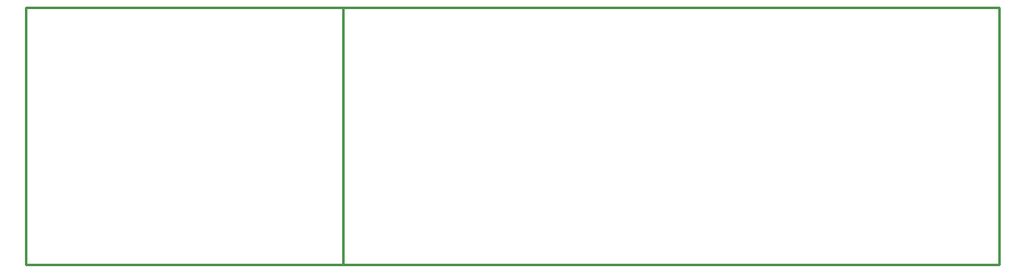
<source format=gko>
%FSDAX23Y23*%
%MOIN*%
%SFA1B1*%

%IPPOS*%
%ADD28C,0.010000*%
%LNde-060718-1*%
%LPD*%
G54D28*
X02459Y02098D02*
Y03127D01*
X05092Y02098D02*
Y03129D01*
X01186Y02098D02*
X05092D01*
X01186D02*
Y03129D01*
X05092*
M02*
</source>
